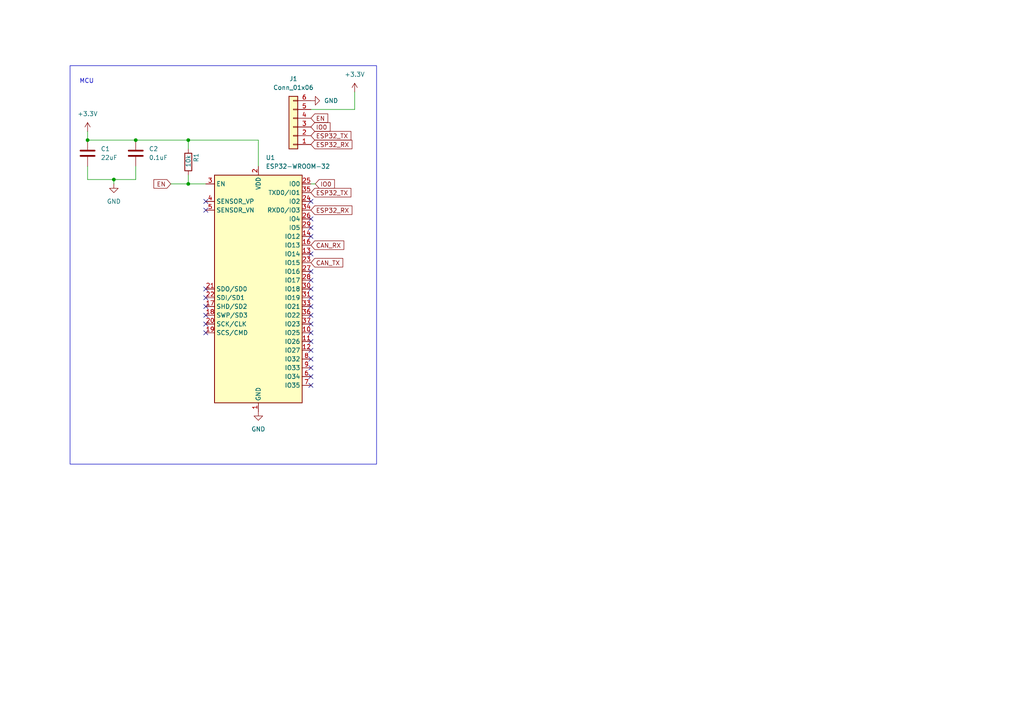
<source format=kicad_sch>
(kicad_sch (version 20250114) (generator "eeschema") (generator_version "9.0")
  (paper "A4")
  (lib_symbols
    (symbol "Connector_Generic:Conn_01x06" (pin_names (offset 1.016) (hide yes))
      (property "Reference" "J" (at 0 7.62 0))
      (property "Value" "Conn_01x06" (at 0 -10.16 0))
      (symbol "Conn_01x06_1_1"
        (rectangle (start -1.27 6.35) (end 1.27 -8.89) (stroke (width 0.254)) (fill (type background)))
        (rectangle (start -1.27 5.207) (end 0 4.953) (stroke (width 0.1524)))
        (rectangle (start -1.27 2.667) (end 0 2.413) (stroke (width 0.1524)))
        (rectangle (start -1.27 0.127) (end 0 -0.127) (stroke (width 0.1524)))
        (rectangle (start -1.27 -2.413) (end 0 -2.667) (stroke (width 0.1524)))
        (rectangle (start -1.27 -4.953) (end 0 -5.207) (stroke (width 0.1524)))
        (rectangle (start -1.27 -7.493) (end 0 -7.747) (stroke (width 0.1524)))
        (pin passive line (at -5.08 5.08 0) (length 3.81) (name "Pin_1") (number "1"))
        (pin passive line (at -5.08 2.54 0) (length 3.81) (name "Pin_2") (number "2"))
        (pin passive line (at -5.08 0 0) (length 3.81) (name "Pin_3") (number "3"))
        (pin passive line (at -5.08 -2.54 0) (length 3.81) (name "Pin_4") (number "4"))
        (pin passive line (at -5.08 -5.08 0) (length 3.81) (name "Pin_5") (number "5"))
        (pin passive line (at -5.08 -7.62 0) (length 3.81) (name "Pin_6") (number "6"))
      )
    )
    (symbol "Device:C" (pin_numbers (hide yes)) (pin_names (offset 0.254))
      (property "Reference" "C" (at 0.635 2.54 0))
      (property "Value" "C" (at 0.635 -2.54 0))
      (symbol "C_0_1"
        (polyline (pts (xy -2.032 0.762) (xy 2.032 0.762)) (stroke (width 0.508)))
        (polyline (pts (xy -2.032 -0.762) (xy 2.032 -0.762)) (stroke (width 0.508)))
      )
      (symbol "C_1_1"
        (pin passive line (at 0 3.81 270) (length 2.794) (name "~") (number "1"))
        (pin passive line (at 0 -3.81 90) (length 2.794) (name "~") (number "2"))
      )
    )
    (symbol "Device:R" (pin_numbers (hide yes)) (pin_names (offset 0))
      (property "Reference" "R" (at 2.032 0 90))
      (property "Value" "R" (at 0 0 90))
      (symbol "R_0_1"
        (rectangle (start -1.016 -2.54) (end 1.016 2.54) (stroke (width 0.254)))
      )
      (symbol "R_1_1"
        (pin passive line (at 0 3.81 270) (length 1.27) (name "~") (number "1"))
        (pin passive line (at 0 -3.81 90) (length 1.27) (name "~") (number "2"))
      )
    )
    (symbol "RF_Module:ESP32-WROOM-32"
      (property "Reference" "U" (at -12.7 34.29 0))
      (property "Value" "ESP32-WROOM-32" (at 1.27 34.29 0))
      (symbol "ESP32-WROOM-32_0_1"
        (rectangle (start -12.7 33.02) (end 12.7 -33.02) (stroke (width 0.254)) (fill (type background)))
      )
      (symbol "ESP32-WROOM-32_1_1"
        (pin input line (at -15.24 30.48 0) (length 2.54) (name "EN") (number "3"))
        (pin input line (at -15.24 25.4 0) (length 2.54) (name "SENSOR_VP") (number "4"))
        (pin input line (at -15.24 22.86 0) (length 2.54) (name "SENSOR_VN") (number "5"))
        (pin bidirectional line (at -15.24 0 0) (length 2.54) (name "SDO/SD0") (number "21"))
        (pin bidirectional line (at -15.24 -2.54 0) (length 2.54) (name "SDI/SD1") (number "22"))
        (pin bidirectional line (at -15.24 -5.08 0) (length 2.54) (name "SHD/SD2") (number "17"))
        (pin bidirectional line (at -15.24 -7.62 0) (length 2.54) (name "SWP/SD3") (number "18"))
        (pin bidirectional line (at -15.24 -10.16 0) (length 2.54) (name "SCK/CLK") (number "20"))
        (pin bidirectional line (at -15.24 -12.7 0) (length 2.54) (name "SCS/CMD") (number "19"))
        (pin no_connect line (at -12.7 -27.94 0) (length 2.54) (hide yes) (name "NC") (number "32"))
        (pin power_in line (at 0 35.56 270) (length 2.54) (name "VDD") (number "2"))
        (pin power_in line (at 0 -35.56 90) (length 2.54) (name "GND") (number "1"))
        (pin passive line (at 0 -35.56 90) (length 2.54) (hide yes) (name "GND") (number "15"))
        (pin passive line (at 0 -35.56 90) (length 2.54) (hide yes) (name "GND") (number "38"))
        (pin passive line (at 0 -35.56 90) (length 2.54) (hide yes) (name "GND") (number "39"))
        (pin bidirectional line (at 15.24 30.48 180) (length 2.54) (name "IO0") (number "25"))
        (pin bidirectional line (at 15.24 27.94 180) (length 2.54) (name "TXD0/IO1") (number "35"))
        (pin bidirectional line (at 15.24 25.4 180) (length 2.54) (name "IO2") (number "24"))
        (pin bidirectional line (at 15.24 22.86 180) (length 2.54) (name "RXD0/IO3") (number "34"))
        (pin bidirectional line (at 15.24 20.32 180) (length 2.54) (name "IO4") (number "26"))
        (pin bidirectional line (at 15.24 17.78 180) (length 2.54) (name "IO5") (number "29"))
        (pin bidirectional line (at 15.24 15.24 180) (length 2.54) (name "IO12") (number "14"))
        (pin bidirectional line (at 15.24 12.7 180) (length 2.54) (name "IO13") (number "16"))
        (pin bidirectional line (at 15.24 10.16 180) (length 2.54) (name "IO14") (number "13"))
        (pin bidirectional line (at 15.24 7.62 180) (length 2.54) (name "IO15") (number "23"))
        (pin bidirectional line (at 15.24 5.08 180) (length 2.54) (name "IO16") (number "27"))
        (pin bidirectional line (at 15.24 2.54 180) (length 2.54) (name "IO17") (number "28"))
        (pin bidirectional line (at 15.24 0 180) (length 2.54) (name "IO18") (number "30"))
        (pin bidirectional line (at 15.24 -2.54 180) (length 2.54) (name "IO19") (number "31"))
        (pin bidirectional line (at 15.24 -5.08 180) (length 2.54) (name "IO21") (number "33"))
        (pin bidirectional line (at 15.24 -7.62 180) (length 2.54) (name "IO22") (number "36"))
        (pin bidirectional line (at 15.24 -10.16 180) (length 2.54) (name "IO23") (number "37"))
        (pin bidirectional line (at 15.24 -12.7 180) (length 2.54) (name "IO25") (number "10"))
        (pin bidirectional line (at 15.24 -15.24 180) (length 2.54) (name "IO26") (number "11"))
        (pin bidirectional line (at 15.24 -17.78 180) (length 2.54) (name "IO27") (number "12"))
        (pin bidirectional line (at 15.24 -20.32 180) (length 2.54) (name "IO32") (number "8"))
        (pin bidirectional line (at 15.24 -22.86 180) (length 2.54) (name "IO33") (number "9"))
        (pin input line (at 15.24 -25.4 180) (length 2.54) (name "IO34") (number "6"))
        (pin input line (at 15.24 -27.94 180) (length 2.54) (name "IO35") (number "7"))
      )
    )
    (symbol "power:+3.3V" (power) (pin_numbers (hide yes)) (pin_names (offset 0) (hide yes))
      (property "Value" "+3.3V" (at 0 3.556 0))
      (symbol "+3.3V_0_1"
        (polyline (pts (xy -0.762 1.27) (xy 0 2.54)))
        (polyline (pts (xy 0 2.54) (xy 0.762 1.27)))
        (polyline (pts (xy 0 0) (xy 0 2.54)))
      )
      (symbol "+3.3V_1_1"
        (pin power_in line (at 0 0 90) (length 0) (name "~") (number "1"))
      )
    )
    (symbol "power:GND" (power) (pin_numbers (hide yes)) (pin_names (offset 0) (hide yes))
      (property "Value" "GND" (at 0 -3.81 0))
      (symbol "GND_0_1"
        (polyline (pts (xy 0 0) (xy 0 -1.27) (xy 1.27 -1.27) (xy 0 -2.54) (xy -1.27 -1.27) (xy 0 -1.27)))
      )
      (symbol "GND_1_1"
        (pin power_in line (at 0 0 270) (length 0) (name "~") (number "1"))
      )
    )
  )
  (rectangle (start 20.32 19.05) (end 109.22 134.62))
  (text "MCU" (at 25.146 23.622 0) (effects (font (size 1.27 1.27))))
  (junction (at 39.37 40.64))
  (junction (at 25.4 40.64))
  (junction (at 54.61 53.34))
  (junction (at 33.02 52.07))
  (junction (at 54.61 40.64))
  (no_connect (at 90.17 99.06))
  (no_connect (at 90.17 91.44))
  (no_connect (at 90.17 66.04))
  (no_connect (at 59.69 60.96))
  (no_connect (at 59.69 83.82))
  (no_connect (at 90.17 104.14))
  (no_connect (at 90.17 93.98))
  (no_connect (at 90.17 88.9))
  (no_connect (at 90.17 83.82))
  (no_connect (at 90.17 86.36))
  (no_connect (at 59.69 86.36))
  (no_connect (at 59.69 91.44))
  (no_connect (at 59.69 58.42))
  (no_connect (at 59.69 88.9))
  (no_connect (at 90.17 78.74))
  (no_connect (at 90.17 68.58))
  (no_connect (at 90.17 101.6))
  (no_connect (at 90.17 106.68))
  (no_connect (at 90.17 96.52))
  (no_connect (at 59.69 93.98))
  (no_connect (at 90.17 63.5))
  (no_connect (at 59.69 96.52))
  (no_connect (at 90.17 58.42))
  (no_connect (at 90.17 81.28))
  (no_connect (at 90.17 109.22))
  (no_connect (at 90.17 111.76))
  (no_connect (at 90.17 73.66))
  (wire (pts (xy 90.17 53.34) (xy 91.44 53.34)))
  (wire (pts (xy 39.37 48.26) (xy 39.37 52.07)))
  (wire (pts (xy 54.61 40.64) (xy 74.93 40.64)))
  (wire (pts (xy 49.53 53.34) (xy 54.61 53.34)))
  (wire (pts (xy 25.4 52.07) (xy 33.02 52.07)))
  (wire (pts (xy 25.4 48.26) (xy 25.4 52.07)))
  (wire (pts (xy 74.93 40.64) (xy 74.93 48.26)))
  (wire (pts (xy 33.02 52.07) (xy 39.37 52.07)))
  (wire (pts (xy 33.02 52.07) (xy 33.02 53.34)))
  (wire (pts (xy 54.61 50.8) (xy 54.61 53.34)))
  (wire (pts (xy 54.61 53.34) (xy 59.69 53.34)))
  (wire (pts (xy 25.4 40.64) (xy 39.37 40.64)))
  (wire (pts (xy 39.37 40.64) (xy 54.61 40.64)))
  (wire (pts (xy 54.61 43.18) (xy 54.61 40.64)))
  (wire (pts (xy 102.87 31.75) (xy 102.87 26.67)))
  (wire (pts (xy 25.4 38.1) (xy 25.4 40.64)))
  (wire (pts (xy 90.17 31.75) (xy 102.87 31.75)))
  (global_label "CAN_RX" (shape input) (at 90.17 71.12 0) (property "Intersheetrefs" "${INTERSHEET_REFS}" (effects (hide yes))))
  (global_label "EN" (shape input) (at 90.17 34.29 0) (property "Intersheetrefs" "${INTERSHEET_REFS}" (effects (hide yes))))
  (global_label "ESP32_TX" (shape input) (at 90.17 55.88 0) (property "Intersheetrefs" "${INTERSHEET_REFS}" (effects (hide yes))))
  (global_label "IO0" (shape input) (at 90.17 36.83 0) (property "Intersheetrefs" "${INTERSHEET_REFS}" (effects (hide yes))))
  (global_label "ESP32_TX" (shape input) (at 90.17 39.37 0) (property "Intersheetrefs" "${INTERSHEET_REFS}" (effects (hide yes))))
  (global_label "CAN_TX" (shape input) (at 90.17 76.2 0) (property "Intersheetrefs" "${INTERSHEET_REFS}" (effects (hide yes))))
  (global_label "ESP32_RX" (shape input) (at 90.17 60.96 0) (property "Intersheetrefs" "${INTERSHEET_REFS}" (effects (hide yes))))
  (global_label "IO0" (shape input) (at 91.44 53.34 0) (property "Intersheetrefs" "${INTERSHEET_REFS}" (effects (hide yes))))
  (global_label "EN" (shape input) (at 49.53 53.34 180) (property "Intersheetrefs" "${INTERSHEET_REFS}" (effects (hide yes))))
  (global_label "ESP32_RX" (shape input) (at 90.17 41.91 0) (property "Intersheetrefs" "${INTERSHEET_REFS}" (effects (hide yes))))
  (symbol (lib_id "Device:C") (at 25.4 44.45 0) (unit 1)
    (property "Reference" "C1" (at 29.21 43.1799 0) (effects (justify left)))
    (property "Value" "22uF" (at 29.21 45.7199 0) (effects (justify left)))
    (property "Footprint" "Capacitor_SMD:C_1206_3216Metric_Pad1.33x1.80mm_HandSolder" (effects (hide yes)))
    (property "Description" "Unpolarized capacitor" (effects (hide yes)))
  )
  (symbol (lib_id "Device:C") (at 39.37 44.45 0) (unit 1)
    (property "Reference" "C2" (at 43.18 43.1799 0) (effects (justify left)))
    (property "Value" "0.1uF" (at 43.18 45.7199 0) (effects (justify left)))
    (property "Footprint" "Capacitor_SMD:C_1206_3216Metric_Pad1.33x1.80mm_HandSolder" (effects (hide yes)))
    (property "Description" "Unpolarized capacitor" (effects (hide yes)))
  )
  (symbol (lib_id "power:+3.3V") (at 102.87 26.67 0) (unit 1)
    (property "Reference" "#PWR04" (effects (hide yes)))
    (property "Value" "+3.3V" (at 102.87 21.59 0))
    (property "Description" "Power symbol creates a global label with name \"+3.3V\"" (effects (hide yes)))
  )
  (symbol (lib_id "power:GND") (at 33.02 53.34 0) (unit 1)
    (property "Reference" "#PWR01" (effects (hide yes)))
    (property "Value" "GND" (at 33.02 58.42 0))
    (property "Description" "Power symbol creates a global label with name \"GND\" , ground" (effects (hide yes)))
  )
  (symbol (lib_id "Connector_Generic:Conn_01x06") (at 85.09 36.83 180) (unit 1)
    (property "Reference" "J1" (at 85.09 22.86 0))
    (property "Value" "Conn_01x06" (at 85.09 25.4 0))
    (property "Footprint" "Connector_PinHeader_2.54mm:PinHeader_1x06_P2.54mm_Horizontal" (effects (hide yes)))
    (property "Description" "Generic connector, single row, 01x06, script generated (kicad-library-utils/schlib/autogen/connector/)" (effects (hide yes)))
  )
  (symbol (lib_id "power:+3.3V") (at 25.4 38.1 0) (unit 1)
    (property "Reference" "#PWR02" (effects (hide yes)))
    (property "Value" "+3.3V" (at 25.4 33.02 0))
    (property "Description" "Power symbol creates a global label with name \"+3.3V\"" (effects (hide yes)))
  )
  (symbol (lib_id "RF_Module:ESP32-WROOM-32") (at 74.93 83.82 0) (unit 1)
    (property "Reference" "U1" (at 77.0733 45.72 0) (effects (justify left)))
    (property "Value" "ESP32-WROOM-32" (at 77.0733 48.26 0) (effects (justify left)))
    (property "Footprint" "RF_Module:ESP32-WROOM-32" (effects (hide yes)))
    (property "Datasheet" "https://www.espressif.com/sites/default/files/documentation/esp32-wroom-32_datasheet_en.pdf" (effects (hide yes)))
    (property "Description" "RF Module, ESP32-D0WDQ6 SoC, Wi-Fi 802.11b/g/n, Bluetooth, BLE, 32-bit, 2.7-3.6V, onboard antenna, SMD" (effects (hide yes)))
  )
  (symbol (lib_id "power:GND") (at 90.17 29.21 90) (unit 1)
    (property "Reference" "#PWR05" (effects (hide yes)))
    (property "Value" "GND" (at 93.98 29.2099 90) (effects (justify right)))
    (property "Description" "Power symbol creates a global label with name \"GND\" , ground" (effects (hide yes)))
  )
  (symbol (lib_id "Device:R") (at 54.61 46.99 0) (unit 1)
    (property "Reference" "R1" (at 56.896 45.72 90))
    (property "Value" "10k" (at 54.61 46.736 90))
    (property "Footprint" "Resistor_SMD:R_1206_3216Metric_Pad1.30x1.75mm_HandSolder" (effects (hide yes)))
    (property "Description" "Resistor" (effects (hide yes)))
  )
  (symbol (lib_id "power:GND") (at 74.93 119.38 0) (unit 1)
    (property "Reference" "#PWR03" (effects (hide yes)))
    (property "Value" "GND" (at 74.93 124.46 0))
    (property "Description" "Power symbol creates a global label with name \"GND\" , ground" (effects (hide yes)))
  )
)
</source>
